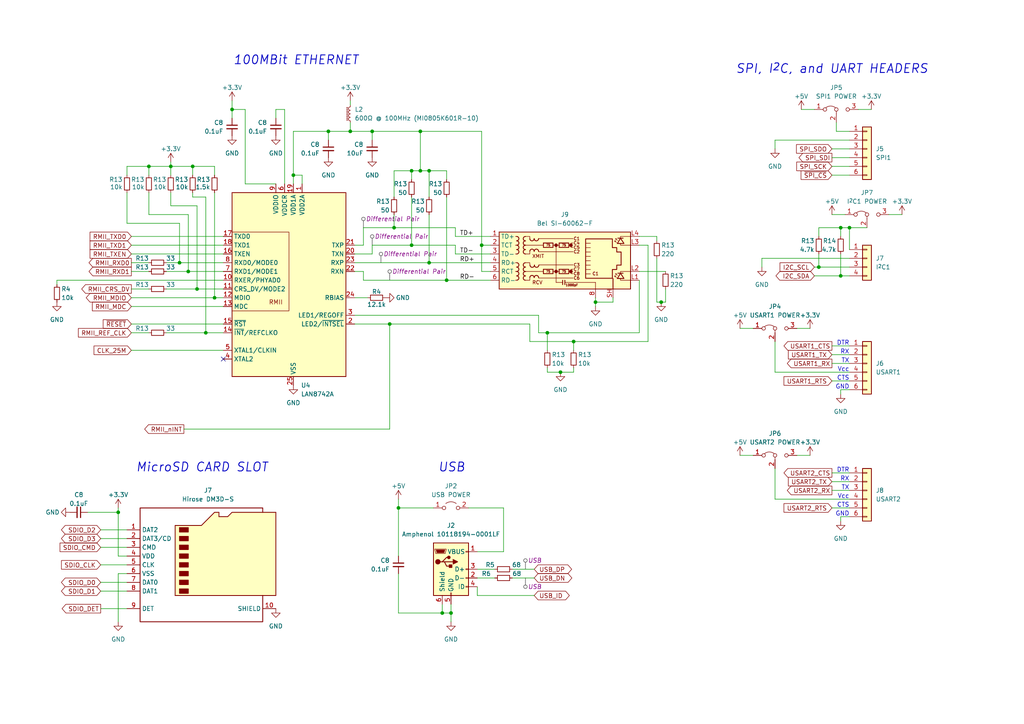
<source format=kicad_sch>
(kicad_sch (version 20230121) (generator eeschema)
  (paper "A4")
  (title_block (title "BigBoy") (rev "1"))
  (junction (at 43.18 48.26))
  (junction (at 124.46 49.53))
  (junction (at 119.38 49.53))
  (junction (at 113.03 93.98))
  (junction (at 129.54 81.28))
  (junction (at 67.31 31.75))
  (junction (at 243.84 80.01))
  (junction (at 121.92 49.53))
  (junction (at 128.27 177.8))
  (junction (at 34.29 148.59))
  (junction (at 114.3 66.04))
  (junction (at 57.15 83.82))
  (junction (at 115.57 147.32))
  (junction (at 49.53 48.26))
  (junction (at 59.69 96.52))
  (junction (at 52.07 76.2))
  (junction (at 139.7 71.12))
  (junction (at 191.77 87.63))
  (junction (at 95.25 38.1))
  (junction (at 124.46 76.2))
  (junction (at 62.23 86.36))
  (junction (at 107.95 38.1))
  (junction (at 237.49 77.47))
  (junction (at 243.84 66.04))
  (junction (at 119.38 71.12))
  (junction (at 55.88 48.26))
  (junction (at 130.81 177.8))
  (junction (at 158.75 96.52))
  (junction (at 246.38 66.04))
  (junction (at 121.92 38.1))
  (junction (at 166.37 99.06))
  (junction (at 85.09 50.8))
  (junction (at 101.6 38.1))
  (junction (at 54.61 78.74))
  (junction (at 162.56 107.95))
  (junction (at 172.72 87.63))
  (no_connect (at 64.77 104.14))
  (wire (pts (xy 29.21 168.91) (xy 36.83 168.91)))
  (wire (pts (xy 190.5 87.63) (xy 191.77 87.63)))
  (wire (pts (xy 29.21 156.21) (xy 36.83 156.21)))
  (wire (pts (xy 185.42 81.28) (xy 185.42 96.52)))
  (wire (pts (xy 241.3 147.32) (xy 246.38 147.32)))
  (wire (pts (xy 242.57 35.56) (xy 242.57 38.1)))
  (wire (pts (xy 52.07 76.2) (xy 64.77 76.2)))
  (wire (pts (xy 241.3 137.16) (xy 246.38 137.16)))
  (wire (pts (xy 101.6 29.21) (xy 101.6 30.48)))
  (wire (pts (xy 105.41 78.74) (xy 105.41 81.28)))
  (wire (pts (xy 25.4 148.59) (xy 34.29 148.59)))
  (wire (pts (xy 43.18 55.88) (xy 43.18 62.23)))
  (wire (pts (xy 102.87 86.36) (xy 106.68 86.36)))
  (wire (pts (xy 107.95 38.1) (xy 107.95 40.64)))
  (wire (pts (xy 172.72 86.36) (xy 172.72 87.63)))
  (wire (pts (xy 67.31 31.75) (xy 71.12 31.75)))
  (wire (pts (xy 102.87 91.44) (xy 156.21 91.44)))
  (wire (pts (xy 49.53 55.88) (xy 49.53 59.69)))
  (wire (pts (xy 107.95 71.12) (xy 119.38 71.12)))
  (wire (pts (xy 113.03 93.98) (xy 153.67 93.98)))
  (wire (pts (xy 190.5 74.93) (xy 190.5 87.63)))
  (wire (pts (xy 243.84 149.86) (xy 246.38 149.86)))
  (wire (pts (xy 34.29 180.34) (xy 34.29 166.37)))
  (wire (pts (xy 71.12 53.34) (xy 80.01 53.34)))
  (wire (pts (xy 57.15 83.82) (xy 64.77 83.82)))
  (wire (pts (xy 29.21 153.67) (xy 36.83 153.67)))
  (wire (pts (xy 148.59 167.64) (xy 154.94 167.64)))
  (wire (pts (xy 185.42 96.52) (xy 158.75 96.52)))
  (wire (pts (xy 241.3 45.72) (xy 246.38 45.72)))
  (wire (pts (xy 114.3 49.53) (xy 119.38 49.53)))
  (wire (pts (xy 16.51 81.28) (xy 16.51 82.55)))
  (wire (pts (xy 36.83 50.8) (xy 36.83 48.26)))
  (wire (pts (xy 55.88 57.15) (xy 59.69 57.15)))
  (wire (pts (xy 158.75 96.52) (xy 156.21 96.52)))
  (wire (pts (xy 52.07 64.77) (xy 52.07 76.2)))
  (wire (pts (xy 102.87 71.12) (xy 105.41 71.12)))
  (wire (pts (xy 102.87 78.74) (xy 105.41 78.74)))
  (wire (pts (xy 172.72 87.63) (xy 172.72 88.9)))
  (wire (pts (xy 59.69 96.52) (xy 64.77 96.52)))
  (wire (pts (xy 129.54 81.28) (xy 142.24 81.28)))
  (wire (pts (xy 95.25 38.1) (xy 101.6 38.1)))
  (wire (pts (xy 34.29 161.29) (xy 36.83 161.29)))
  (wire (pts (xy 36.83 48.26) (xy 43.18 48.26)))
  (wire (pts (xy 124.46 76.2) (xy 142.24 76.2)))
  (wire (pts (xy 67.31 29.21) (xy 67.31 31.75)))
  (wire (pts (xy 138.43 160.02) (xy 146.05 160.02)))
  (wire (pts (xy 139.7 71.12) (xy 142.24 71.12)))
  (wire (pts (xy 148.59 165.1) (xy 154.94 165.1)))
  (wire (pts (xy 243.84 80.01) (xy 236.22 80.01)))
  (wire (pts (xy 156.21 91.44) (xy 156.21 96.52)))
  (wire (pts (xy 38.1 68.58) (xy 64.77 68.58)))
  (wire (pts (xy 241.3 100.33) (xy 246.38 100.33)))
  (wire (pts (xy 119.38 49.53) (xy 119.38 52.07)))
  (wire (pts (xy 62.23 55.88) (xy 62.23 86.36)))
  (wire (pts (xy 38.1 101.6) (xy 64.77 101.6)))
  (wire (pts (xy 132.08 73.66) (xy 132.08 71.12)))
  (wire (pts (xy 224.79 144.78) (xy 246.38 144.78)))
  (wire (pts (xy 158.75 107.95) (xy 162.56 107.95)))
  (wire (pts (xy 121.92 49.53) (xy 124.46 49.53)))
  (wire (pts (xy 243.84 73.66) (xy 243.84 80.01)))
  (wire (pts (xy 48.26 78.74) (xy 54.61 78.74)))
  (wire (pts (xy 49.53 48.26) (xy 55.88 48.26)))
  (wire (pts (xy 243.84 114.3) (xy 243.84 113.03)))
  (wire (pts (xy 135.89 147.32) (xy 146.05 147.32)))
  (wire (pts (xy 190.5 68.58) (xy 190.5 69.85)))
  (wire (pts (xy 132.08 68.58) (xy 132.08 66.04)))
  (wire (pts (xy 124.46 49.53) (xy 124.46 57.15)))
  (wire (pts (xy 138.43 172.72) (xy 154.94 172.72)))
  (wire (pts (xy 43.18 48.26) (xy 43.18 50.8)))
  (wire (pts (xy 139.7 71.12) (xy 139.7 78.74)))
  (wire (pts (xy 38.1 83.82) (xy 43.18 83.82)))
  (wire (pts (xy 185.42 78.74) (xy 193.04 78.74)))
  (wire (pts (xy 224.79 107.95) (xy 246.38 107.95)))
  (wire (pts (xy 49.53 46.99) (xy 49.53 48.26)))
  (wire (pts (xy 246.38 80.01) (xy 243.84 80.01)))
  (wire (pts (xy 80.01 31.75) (xy 82.55 31.75)))
  (wire (pts (xy 38.1 78.74) (xy 43.18 78.74)))
  (wire (pts (xy 138.43 172.72) (xy 138.43 170.18)))
  (wire (pts (xy 38.1 76.2) (xy 43.18 76.2)))
  (wire (pts (xy 166.37 106.68) (xy 166.37 107.95)))
  (wire (pts (xy 59.69 57.15) (xy 59.69 96.52)))
  (wire (pts (xy 85.09 50.8) (xy 85.09 38.1)))
  (wire (pts (xy 80.01 31.75) (xy 80.01 34.29)))
  (wire (pts (xy 241.3 139.7) (xy 246.38 139.7)))
  (wire (pts (xy 49.53 48.26) (xy 49.53 50.8)))
  (wire (pts (xy 49.53 59.69) (xy 57.15 59.69)))
  (wire (pts (xy 115.57 144.78) (xy 115.57 147.32)))
  (wire (pts (xy 62.23 50.8) (xy 62.23 48.26)))
  (wire (pts (xy 87.63 50.8) (xy 85.09 50.8)))
  (wire (pts (xy 67.31 31.75) (xy 67.31 34.29)))
  (wire (pts (xy 38.1 73.66) (xy 64.77 73.66)))
  (wire (pts (xy 241.3 102.87) (xy 246.38 102.87)))
  (wire (pts (xy 119.38 49.53) (xy 121.92 49.53)))
  (wire (pts (xy 246.38 50.8) (xy 241.3 50.8)))
  (wire (pts (xy 29.21 163.83) (xy 36.83 163.83)))
  (wire (pts (xy 224.79 40.64) (xy 224.79 43.18)))
  (wire (pts (xy 128.27 175.26) (xy 128.27 177.8)))
  (wire (pts (xy 87.63 53.34) (xy 87.63 50.8)))
  (wire (pts (xy 54.61 78.74) (xy 64.77 78.74)))
  (wire (pts (xy 142.24 68.58) (xy 132.08 68.58)))
  (wire (pts (xy 16.51 81.28) (xy 64.77 81.28)))
  (wire (pts (xy 102.87 76.2) (xy 124.46 76.2)))
  (wire (pts (xy 115.57 161.29) (xy 115.57 147.32)))
  (wire (pts (xy 121.92 38.1) (xy 139.7 38.1)))
  (wire (pts (xy 34.29 166.37) (xy 36.83 166.37)))
  (wire (pts (xy 48.26 96.52) (xy 59.69 96.52)))
  (wire (pts (xy 246.38 66.04) (xy 246.38 72.39)))
  (wire (pts (xy 95.25 38.1) (xy 95.25 40.64)))
  (wire (pts (xy 153.67 93.98) (xy 153.67 99.06)))
  (wire (pts (xy 185.42 71.12) (xy 187.96 71.12)))
  (wire (pts (xy 236.22 77.47) (xy 237.49 77.47)))
  (wire (pts (xy 220.98 74.93) (xy 220.98 77.47)))
  (wire (pts (xy 242.57 38.1) (xy 246.38 38.1)))
  (wire (pts (xy 166.37 99.06) (xy 166.37 101.6)))
  (wire (pts (xy 237.49 68.58) (xy 237.49 66.04)))
  (wire (pts (xy 54.61 62.23) (xy 54.61 78.74)))
  (wire (pts (xy 29.21 171.45) (xy 36.83 171.45)))
  (wire (pts (xy 237.49 73.66) (xy 237.49 77.47)))
  (wire (pts (xy 243.84 113.03) (xy 246.38 113.03)))
  (wire (pts (xy 119.38 57.15) (xy 119.38 71.12)))
  (wire (pts (xy 62.23 86.36) (xy 64.77 86.36)))
  (wire (pts (xy 107.95 38.1) (xy 121.92 38.1)))
  (wire (pts (xy 187.96 71.12) (xy 187.96 99.06)))
  (wire (pts (xy 48.26 83.82) (xy 57.15 83.82)))
  (wire (pts (xy 38.1 71.12) (xy 64.77 71.12)))
  (wire (pts (xy 246.38 43.18) (xy 241.3 43.18)))
  (wire (pts (xy 246.38 74.93) (xy 220.98 74.93)))
  (wire (pts (xy 38.1 96.52) (xy 43.18 96.52)))
  (wire (pts (xy 139.7 78.74) (xy 142.24 78.74)))
  (wire (pts (xy 43.18 48.26) (xy 49.53 48.26)))
  (wire (pts (xy 237.49 77.47) (xy 246.38 77.47)))
  (wire (pts (xy 130.81 177.8) (xy 130.81 180.34)))
  (wire (pts (xy 85.09 53.34) (xy 85.09 50.8)))
  (wire (pts (xy 177.8 86.36) (xy 177.8 87.63)))
  (wire (pts (xy 243.84 151.13) (xy 243.84 149.86)))
  (wire (pts (xy 243.84 66.04) (xy 243.84 68.58)))
  (wire (pts (xy 119.38 71.12) (xy 132.08 71.12)))
  (wire (pts (xy 34.29 147.32) (xy 34.29 148.59)))
  (wire (pts (xy 166.37 107.95) (xy 162.56 107.95)))
  (wire (pts (xy 114.3 57.15) (xy 114.3 49.53)))
  (wire (pts (xy 248.92 31.75) (xy 252.73 31.75)))
  (wire (pts (xy 85.09 38.1) (xy 95.25 38.1)))
  (wire (pts (xy 224.79 99.06) (xy 224.79 107.95)))
  (wire (pts (xy 241.3 105.41) (xy 246.38 105.41)))
  (wire (pts (xy 243.84 66.04) (xy 246.38 66.04)))
  (wire (pts (xy 128.27 177.8) (xy 130.81 177.8)))
  (wire (pts (xy 105.41 81.28) (xy 129.54 81.28)))
  (wire (pts (xy 124.46 49.53) (xy 129.54 49.53)))
  (wire (pts (xy 241.3 62.23) (xy 245.11 62.23)))
  (wire (pts (xy 38.1 86.36) (xy 62.23 86.36)))
  (wire (pts (xy 241.3 110.49) (xy 246.38 110.49)))
  (wire (pts (xy 29.21 176.53) (xy 36.83 176.53)))
  (wire (pts (xy 214.63 95.25) (xy 218.44 95.25)))
  (wire (pts (xy 82.55 31.75) (xy 82.55 53.34)))
  (wire (pts (xy 55.88 48.26) (xy 55.88 50.8)))
  (wire (pts (xy 105.41 66.04) (xy 114.3 66.04)))
  (wire (pts (xy 231.14 95.25) (xy 234.95 95.25)))
  (wire (pts (xy 102.87 73.66) (xy 107.95 73.66)))
  (wire (pts (xy 29.21 158.75) (xy 36.83 158.75)))
  (wire (pts (xy 246.38 40.64) (xy 224.79 40.64)))
  (wire (pts (xy 71.12 31.75) (xy 71.12 53.34)))
  (wire (pts (xy 138.43 167.64) (xy 143.51 167.64)))
  (wire (pts (xy 153.67 99.06) (xy 166.37 99.06)))
  (wire (pts (xy 166.37 99.06) (xy 187.96 99.06)))
  (wire (pts (xy 139.7 38.1) (xy 139.7 71.12)))
  (wire (pts (xy 231.14 132.08) (xy 234.95 132.08)))
  (wire (pts (xy 246.38 48.26) (xy 241.3 48.26)))
  (wire (pts (xy 115.57 147.32) (xy 125.73 147.32)))
  (wire (pts (xy 55.88 55.88) (xy 55.88 57.15)))
  (wire (pts (xy 115.57 166.37) (xy 115.57 177.8)))
  (wire (pts (xy 129.54 57.15) (xy 129.54 81.28)))
  (wire (pts (xy 224.79 135.89) (xy 224.79 144.78)))
  (wire (pts (xy 55.88 48.26) (xy 62.23 48.26)))
  (wire (pts (xy 36.83 55.88) (xy 36.83 64.77)))
  (wire (pts (xy 38.1 88.9) (xy 64.77 88.9)))
  (wire (pts (xy 121.92 38.1) (xy 121.92 49.53)))
  (wire (pts (xy 129.54 49.53) (xy 129.54 52.07)))
  (wire (pts (xy 102.87 93.98) (xy 113.03 93.98)))
  (wire (pts (xy 158.75 96.52) (xy 158.75 101.6)))
  (wire (pts (xy 114.3 66.04) (xy 132.08 66.04)))
  (wire (pts (xy 115.57 177.8) (xy 128.27 177.8)))
  (wire (pts (xy 113.03 93.98) (xy 113.03 124.46)))
  (wire (pts (xy 107.95 73.66) (xy 107.95 71.12)))
  (wire (pts (xy 177.8 87.63) (xy 172.72 87.63)))
  (wire (pts (xy 36.83 64.77) (xy 52.07 64.77)))
  (wire (pts (xy 191.77 87.63) (xy 193.04 87.63)))
  (wire (pts (xy 38.1 93.98) (xy 64.77 93.98)))
  (wire (pts (xy 105.41 71.12) (xy 105.41 66.04)))
  (wire (pts (xy 138.43 165.1) (xy 143.51 165.1)))
  (wire (pts (xy 101.6 35.56) (xy 101.6 38.1)))
  (wire (pts (xy 232.41 31.75) (xy 236.22 31.75)))
  (wire (pts (xy 142.24 73.66) (xy 132.08 73.66)))
  (wire (pts (xy 43.18 62.23) (xy 54.61 62.23)))
  (wire (pts (xy 53.34 124.46) (xy 113.03 124.46)))
  (wire (pts (xy 114.3 62.23) (xy 114.3 66.04)))
  (wire (pts (xy 48.26 76.2) (xy 52.07 76.2)))
  (wire (pts (xy 214.63 132.08) (xy 218.44 132.08)))
  (wire (pts (xy 241.3 142.24) (xy 246.38 142.24)))
  (wire (pts (xy 146.05 147.32) (xy 146.05 160.02)))
  (wire (pts (xy 158.75 106.68) (xy 158.75 107.95)))
  (wire (pts (xy 246.38 66.04) (xy 251.46 66.04)))
  (wire (pts (xy 193.04 87.63) (xy 193.04 83.82)))
  (wire (pts (xy 34.29 148.59) (xy 34.29 161.29)))
  (wire (pts (xy 130.81 175.26) (xy 130.81 177.8)))
  (wire (pts (xy 124.46 62.23) (xy 124.46 76.2)))
  (wire (pts (xy 237.49 66.04) (xy 243.84 66.04)))
  (wire (pts (xy 57.15 59.69) (xy 57.15 83.82)))
  (wire (pts (xy 257.81 62.23) (xy 261.62 62.23)))
  (wire (pts (xy 101.6 38.1) (xy 107.95 38.1)))
  (wire (pts (xy 185.42 68.58) (xy 190.5 68.58)))
  (text "GND\n" (at 246.38 149.86 0) (effects (font (size 1.27 1.27)) (justify right bottom)))
  (text "DTR\n" (at 246.38 137.16 0) (effects (font (size 1.27 1.27)) (justify right bottom)))
  (text "RX" (at 246.38 139.7 0) (effects (font (size 1.27 1.27)) (justify right bottom)))
  (text "Vcc\n" (at 246.38 107.95 0) (effects (font (size 1.27 1.27)) (justify right bottom)))
  (text "CTS" (at 246.38 110.49 0) (effects (font (size 1.27 1.27)) (justify right bottom)))
  (text "TX" (at 246.38 142.24 0) (effects (font (size 1.27 1.27)) (justify right bottom)))
  (text "CTS" (at 246.38 147.32 0) (effects (font (size 1.27 1.27)) (justify right bottom)))
  (text "TX" (at 246.38 105.41 0) (effects (font (size 1.27 1.27)) (justify right bottom)))
  (text "100MBit ETHERNET" (at 104.14 19.05 0) (effects (font (size 2.56 2.56) (thickness 0.254) bold italic) (justify right bottom)))
  (text "MicroSD CARD SLOT" (at 39.37 137.16 0) (effects (font (size 2.56 2.56) (thickness 0.254) bold italic) (justify left bottom)))
  (text "DTR\n" (at 246.38 100.33 0) (effects (font (size 1.27 1.27)) (justify right bottom)))
  (text "USB" (at 127 137.16 0) (effects (font (size 2.56 2.56) (thickness 0.254) bold italic) (justify left bottom)))
  (text "RX" (at 246.38 102.87 0) (effects (font (size 1.27 1.27)) (justify right bottom)))
  (text "GND\n" (at 246.38 113.03 0) (effects (font (size 1.27 1.27)) (justify right bottom)))
  (text "Vcc\n" (at 246.38 144.78 0) (effects (font (size 1.27 1.27)) (justify right bottom)))
  (text "SPI, I^{2}C, and UART HEADERS" (at 213.36 21.59 0) (effects (font (size 2.56 2.56) (thickness 0.254) bold italic) (justify left bottom)))
  (label "TD+" (at 133.35 68.58 0))
  (label "RD+" (at 133.35 76.2 0))
  (label "RD-" (at 133.35 81.28 0))
  (label "TD-" (at 133.35 73.66 0))
  (global_label "USB_DP" (shape bidirectional) (at 154.94 165.1 0) (property "Intersheetrefs" "${INTERSHEET_REFS}" (effects hide)))
  (global_label "RMII_RXD1" (shape output) (at 38.1 78.74 180) (property "Intersheetrefs" "${INTERSHEET_REFS}" (effects hide)))
  (global_label "USART2_RX" (shape output) (at 241.3 142.24 180) (property "Intersheetrefs" "${INTERSHEET_REFS}" (effects hide)))
  (global_label "USB_ID" (shape bidirectional) (at 154.94 172.72 0) (property "Intersheetrefs" "${INTERSHEET_REFS}" (effects hide)))
  (global_label "SDIO_CMD" (shape input) (at 29.21 158.75 180) (property "Intersheetrefs" "${INTERSHEET_REFS}" (effects hide)))
  (global_label "RMII_REF_CLK" (shape input) (at 38.1 96.52 180) (property "Intersheetrefs" "${INTERSHEET_REFS}" (effects hide)))
  (global_label "USART2_CTS" (shape output) (at 241.3 137.16 180) (property "Intersheetrefs" "${INTERSHEET_REFS}" (effects hide)))
  (global_label "RMII_TXD0" (shape input) (at 38.1 68.58 180) (property "Intersheetrefs" "${INTERSHEET_REFS}" (effects hide)))
  (global_label "I2C_SCL" (shape input) (at 236.22 77.47 180) (property "Intersheetrefs" "${INTERSHEET_REFS}" (effects hide)))
  (global_label "I2C_SDA" (shape bidirectional) (at 236.22 80.01 180) (property "Intersheetrefs" "${INTERSHEET_REFS}" (effects hide)))
  (global_label "SPI_SDI" (shape output) (at 241.3 45.72 180) (property "Intersheetrefs" "${INTERSHEET_REFS}" (effects hide)))
  (global_label "SDIO_D3" (shape bidirectional) (at 29.21 156.21 180) (property "Intersheetrefs" "${INTERSHEET_REFS}" (effects hide)))
  (global_label "~{SPI_CS}" (shape input) (at 241.3 50.8 180) (property "Intersheetrefs" "${INTERSHEET_REFS}" (effects hide)))
  (global_label "SDIO_D2" (shape bidirectional) (at 29.21 153.67 180) (property "Intersheetrefs" "${INTERSHEET_REFS}" (effects hide)))
  (global_label "USB_DN" (shape bidirectional) (at 154.94 167.64 0) (property "Intersheetrefs" "${INTERSHEET_REFS}" (effects hide)))
  (global_label "~{RESET}" (shape input) (at 38.1 93.98 180) (property "Intersheetrefs" "${INTERSHEET_REFS}" (effects hide)))
  (global_label "SPI_SDO" (shape input) (at 241.3 43.18 180) (property "Intersheetrefs" "${INTERSHEET_REFS}" (effects hide)))
  (global_label "CLK_25M" (shape input) (at 38.1 101.6 180) (property "Intersheetrefs" "${INTERSHEET_REFS}" (effects hide)))
  (global_label "SDIO_CLK" (shape input) (at 29.21 163.83 180) (property "Intersheetrefs" "${INTERSHEET_REFS}" (effects hide)))
  (global_label "USART1_RX" (shape output) (at 241.3 105.41 180) (property "Intersheetrefs" "${INTERSHEET_REFS}" (effects hide)))
  (global_label "SDIO_D0" (shape bidirectional) (at 29.21 168.91 180) (property "Intersheetrefs" "${INTERSHEET_REFS}" (effects hide)))
  (global_label "SPI_SCK" (shape input) (at 241.3 48.26 180) (property "Intersheetrefs" "${INTERSHEET_REFS}" (effects hide)))
  (global_label "RMII_MDIO" (shape bidirectional) (at 38.1 86.36 180) (property "Intersheetrefs" "${INTERSHEET_REFS}" (effects hide)))
  (global_label "USART2_TX" (shape input) (at 241.3 139.7 180) (property "Intersheetrefs" "${INTERSHEET_REFS}" (effects hide)))
  (global_label "RMII_CRS_DV" (shape output) (at 38.1 83.82 180) (property "Intersheetrefs" "${INTERSHEET_REFS}" (effects hide)))
  (global_label "USART1_CTS" (shape output) (at 241.3 100.33 180) (property "Intersheetrefs" "${INTERSHEET_REFS}" (effects hide)))
  (global_label "USART2_RTS" (shape input) (at 241.3 147.32 180) (property "Intersheetrefs" "${INTERSHEET_REFS}" (effects hide)))
  (global_label "USART1_RTS" (shape input) (at 241.3 110.49 180) (property "Intersheetrefs" "${INTERSHEET_REFS}" (effects hide)))
  (global_label "RMII_MDC" (shape input) (at 38.1 88.9 180) (property "Intersheetrefs" "${INTERSHEET_REFS}" (effects hide)))
  (global_label "SDIO_DET" (shape output) (at 29.21 176.53 180) (property "Intersheetrefs" "${INTERSHEET_REFS}" (effects hide)))
  (global_label "RMII_RXD0" (shape output) (at 38.1 76.2 180) (property "Intersheetrefs" "${INTERSHEET_REFS}" (effects hide)))
  (global_label "USART1_TX" (shape input) (at 241.3 102.87 180) (property "Intersheetrefs" "${INTERSHEET_REFS}" (effects hide)))
  (global_label "SDIO_D1" (shape bidirectional) (at 29.21 171.45 180) (property "Intersheetrefs" "${INTERSHEET_REFS}" (effects hide)))
  (global_label "RMII_TXEN" (shape input) (at 38.1 73.66 180) (property "Intersheetrefs" "${INTERSHEET_REFS}" (effects hide)))
  (global_label "RMII_TXD1" (shape input) (at 38.1 71.12 180) (property "Intersheetrefs" "${INTERSHEET_REFS}" (effects hide)))
  (global_label "RMII_nINT" (shape output) (at 53.34 124.46 180) (property "Intersheetrefs" "${INTERSHEET_REFS}" (effects hide)))
  (netclass_flag "" (length 2.54) (shape round) (at 152.4 165.1 0) (property "Netclass" "USB" (at 153.0985 162.56 0) (effects (font italic) (justify left))))
  (netclass_flag "" (length 2.54) (shape round) (at 105.41 66.04 0) (property "Netclass" "Differential Pair" (at 106.1085 63.5 0) (effects (font italic) (justify left))))
  (netclass_flag "" (length 2.54) (shape round) (at 152.4 167.64 180) (property "Netclass" "USB" (at 153.0985 170.18 0) (effects (font italic) (justify left))))
  (netclass_flag "" (length 2.54) (shape round) (at 107.95 71.12 0) (property "Netclass" "Differential Pair" (at 108.6485 68.58 0) (effects (font italic) (justify left))))
  (netclass_flag "" (length 2.54) (shape round) (at 110.49 76.2 0) (property "Netclass" "Differential Pair" (at 111.1885 73.66 0) (effects (font italic) (justify left))))
  (netclass_flag "" (length 2.54) (shape round) (at 113.03 81.28 0) (property "Netclass" "Differential Pair" (at 113.7285 78.74 0) (effects (font italic) (justify left))))
  (symbol (lib_id "Device:C_Small") (at 95.25 43.18 0) (mirror y) (unit 1)
    (property "Reference" "C8" (at 92.71 41.91 0) (effects (justify left)))
    (property "Value" "0.1uF" (at 92.71 44.45 0) (effects (justify left)))
    (property "Footprint" "Capacitor_SMD:C_0805_2012Metric_Pad1.18x1.45mm_HandSolder" (effects hide))
    (instances (project "Fidget" (path "" (reference "C8") (unit 1))) (project "BigBoy" (path "" (reference "C8") (unit 1)) (path "" (reference "C32") (unit 1))))
  )
  (symbol (lib_id "power:GND") (at 162.56 107.95 0) (unit 1)
    (property "Reference" "#PWR018" (effects hide))
    (property "Value" "GND" (at 162.56 113.03 0))
    (instances (project "Fidget" (path "" (reference "#PWR018") (unit 1))) (project "BigBoy" (path "" (reference "#PWR021") (unit 1)) (path "" (reference "#PWR054") (unit 1))))
  )
  (symbol (lib_id "Device:R_Small") (at 16.51 85.09 0) (unit 1)
    (property "Reference" "R4" (at 17.78 83.82 0) (effects (justify left)))
    (property "Value" "10k" (at 17.78 86.36 0) (effects (justify left)))
    (property "Footprint" "Resistor_SMD:R_0805_2012Metric_Pad1.20x1.40mm_HandSolder" (effects hide))
    (instances (project "Fidget" (path "" (reference "R4") (unit 1))) (project "BigBoy" (path "" (reference "R5") (unit 1)) (path "" (reference "R14") (unit 1))))
  )
  (symbol (lib_id "power:GND") (at 80.01 39.37 0) (unit 1)
    (property "Reference" "#PWR018" (effects hide))
    (property "Value" "GND" (at 80.01 44.45 0))
    (instances (project "Fidget" (path "" (reference "#PWR018") (unit 1))) (project "BigBoy" (path "" (reference "#PWR021") (unit 1)) (path "" (reference "#PWR045") (unit 1))))
  )
  (symbol (lib_id "Device:R_Small") (at 43.18 53.34 0) (mirror y) (unit 1)
    (property "Reference" "R13" (at 41.91 52.07 0) (effects (justify left)))
    (property "Value" "10k" (at 41.91 54.24 0) (effects (justify left)))
    (property "Footprint" "Resistor_SMD:R_0805_2012Metric_Pad1.20x1.40mm_HandSolder" (effects hide))
    (instances (project "Fidget" (path "" (reference "R13") (unit 1))) (project "IO" (path "" (reference "R13") (unit 1))) (project "BigBoy" (path "" (reference "R16") (unit 1)) (path "" (reference "R3") (unit 1)) (path "" (reference "R6") (unit 1))))
  )
  (symbol (lib_id "Device:R_Small") (at 190.5 72.39 0) (unit 1)
    (property "Reference" "R13" (at 191.77 71.12 0) (effects (justify left)))
    (property "Value" "220" (at 191.77 73.66 0) (effects (justify left)))
    (property "Footprint" "Resistor_SMD:R_0805_2012Metric_Pad1.20x1.40mm_HandSolder" (effects hide))
    (instances (project "Fidget" (path "" (reference "R13") (unit 1))) (project "IO" (path "" (reference "R13") (unit 1))) (project "BigBoy" (path "" (reference "R33") (unit 1))))
  )
  (symbol (lib_id "Device:R_Small") (at 109.22 86.36 90) (unit 1)
    (property "Reference" "R4" (at 109.22 84.62 90))
    (property "Value" "12.1k" (at 109.22 88.32 90))
    (property "Footprint" "Resistor_SMD:R_0805_2012Metric_Pad1.20x1.40mm_HandSolder" (effects hide))
    (instances (project "Fidget" (path "" (reference "R4") (unit 1))) (project "BigBoy" (path "" (reference "R5") (unit 1)) (path "" (reference "R24") (unit 1))))
  )
  (symbol (lib_id "Connector_Generic:Conn_01x06") (at 251.46 105.41 0) (unit 1)
    (property "Reference" "J6" (at 254 105.4099 0) (effects (justify left)))
    (property "Value" "USART1" (at 254 107.9499 0) (effects (justify left)))
    (property "Footprint" "Connector_PinHeader_2.54mm:PinHeader_1x06_P2.54mm_Vertical" (effects hide))
    (instances (project "Fidget" (path "" (reference "J6") (unit 1))) (project "IO" (path "" (reference "J6") (unit 1))) (project "BigBoy" (path "" (reference "J11") (unit 1))))
  )
  (symbol (lib_id "Interface_Ethernet:LAN8742A") (at 85.09 83.82 0) (unit 1)
    (property "Reference" "U4" (at 87.2841 111.76 0) (effects (justify left)))
    (property "Value" "LAN8742A" (at 87.2841 114.3 0) (effects (justify left)))
    (property "Footprint" "Package_DFN_QFN:VQFN-24-1EP_4x4mm_P0.5mm_EP2.5x2.5mm_ThermalVias" (effects hide))
    (property "Datasheet" "http://ww1.microchip.com/downloads/en/DeviceDoc/8742a.pdf" (effects hide))
  )
  (symbol (lib_id "power:GND") (at 224.79 43.18 0) (unit 1)
    (property "Reference" "#PWR052" (effects hide))
    (property "Value" "GND" (at 224.79 48.26 0))
    (instances (project "Fidget" (path "" (reference "#PWR052") (unit 1))) (project "IO" (path "" (reference "#PWR052") (unit 1))) (project "BigBoy" (path "" (reference "#PWR058") (unit 1))))
  )
  (symbol (lib_id "Connector_Generic:Conn_01x04") (at 251.46 74.93 0) (unit 1)
    (property "Reference" "J7" (at 254 74.9299 0) (effects (justify left)))
    (property "Value" "I^{2}C1" (at 254 77.4699 0) (effects (justify left)))
    (property "Footprint" "Connector_PinHeader_2.54mm:PinHeader_1x04_P2.54mm_Vertical" (effects hide))
    (instances (project "Fidget" (path "" (reference "J7") (unit 1))) (project "IO" (path "" (reference "J7") (unit 1))) (project "BigBoy" (path "" (reference "J12") (unit 1))))
  )
  (symbol (lib_id "power:GND") (at 111.76 86.36 90) (unit 1)
    (property "Reference" "#PWR018" (effects hide))
    (property "Value" "GND" (at 116.84 86.36 90))
    (instances (project "Fidget" (path "" (reference "#PWR018") (unit 1))) (project "BigBoy" (path "" (reference "#PWR021") (unit 1)) (path "" (reference "#PWR051") (unit 1))))
  )
  (symbol (lib_id "Device:R_Small") (at 193.04 81.28 0) (unit 1)
    (property "Reference" "R13" (at 194.31 80.01 0) (effects (justify left)))
    (property "Value" "220" (at 194.31 82.55 0) (effects (justify left)))
    (property "Footprint" "Resistor_SMD:R_0805_2012Metric_Pad1.20x1.40mm_HandSolder" (effects hide))
    (instances (project "Fidget" (path "" (reference "R13") (unit 1))) (project "IO" (path "" (reference "R13") (unit 1))) (project "BigBoy" (path "" (reference "R34") (unit 1))))
  )
  (symbol (lib_id "Jumper:Jumper_3_Bridged12") (at 224.79 132.08 0) (unit 1)
    (property "Reference" "JP6" (at 224.79 125.73 0))
    (property "Value" "USART2 POWER" (at 224.79 128.27 0))
    (property "Footprint" "Connector_PinHeader_2.54mm:PinHeader_1x03_P2.54mm_Vertical" (effects hide))
    (instances (project "Fidget" (path "" (reference "JP6") (unit 1))) (project "IO" (path "" (reference "JP6") (unit 1))) (project "BigBoy" (path "" (reference "JP5") (unit 1))))
  )
  (symbol (lib_id "Device:R_Small") (at 166.37 104.14 0) (unit 1)
    (property "Reference" "R13" (at 167.64 102.87 0) (effects (justify left)))
    (property "Value" "10k" (at 167.64 105.41 0) (effects (justify left)))
    (property "Footprint" "Resistor_SMD:R_0805_2012Metric_Pad1.20x1.40mm_HandSolder" (effects hide))
    (instances (project "Fidget" (path "" (reference "R13") (unit 1))) (project "IO" (path "" (reference "R13") (unit 1))) (project "BigBoy" (path "" (reference "R32") (unit 1))))
  )
  (symbol (lib_id "Device:C_Small") (at 22.86 148.59 270) (mirror x) (unit 1)
    (property "Reference" "C8" (at 22.86 143.51 90))
    (property "Value" "0.1uF" (at 22.86 146.05 90))
    (property "Footprint" "Capacitor_SMD:C_0805_2012Metric_Pad1.18x1.45mm_HandSolder" (effects hide))
    (instances (project "Fidget" (path "" (reference "C8") (unit 1))) (project "BigBoy" (path "" (reference "C8") (unit 1)) (path "" (reference "C29") (unit 1))))
  )
  (symbol (lib_id "Device:R_Small") (at 146.05 167.64 90) (unit 1)
    (property "Reference" "R6" (at 139.7 166.37 90) (effects (justify right)))
    (property "Value" "68" (at 148.59 166.37 90) (effects (justify right)))
    (property "Footprint" "Resistor_SMD:R_0805_2012Metric_Pad1.20x1.40mm_HandSolder" (effects hide))
    (instances (project "Fidget" (path "" (reference "R6") (unit 1))) (project "BigBoy" (path "" (reference "R7") (unit 1)) (path "" (reference "R30") (unit 1))))
  )
  (symbol (lib_id "Connector_Generic:Conn_01x06") (at 251.46 142.24 0) (unit 1)
    (property "Reference" "J8" (at 254 142.2399 0) (effects (justify left)))
    (property "Value" "USART2" (at 254 144.7799 0) (effects (justify left)))
    (property "Footprint" "Connector_PinHeader_2.54mm:PinHeader_1x06_P2.54mm_Vertical" (effects hide))
    (instances (project "Fidget" (path "" (reference "J8") (unit 1))) (project "IO" (path "" (reference "J8") (unit 1))) (project "BigBoy" (path "" (reference "J13") (unit 1))))
  )
  (symbol (lib_id "Device:R_Small") (at 45.72 83.82 90) (mirror x) (unit 1)
    (property "Reference" "R13" (at 43.18 82.55 90) (effects (justify left)))
    (property "Value" "33" (at 50.8 82.55 90) (effects (justify left)))
    (property "Footprint" "Resistor_SMD:R_0805_2012Metric_Pad1.20x1.40mm_HandSolder" (effects hide))
    (instances (project "Fidget" (path "" (reference "R13") (unit 1))) (project "IO" (path "" (reference "R13") (unit 1))) (project "BigBoy" (path "" (reference "R19") (unit 1)) (path "" (reference "R3") (unit 1)) (path "" (reference "R6") (unit 1))))
  )
  (symbol (lib_id "Device:R_Small") (at 129.54 54.61 0) (mirror y) (unit 1)
    (property "Reference" "R13" (at 128.27 53.34 0) (effects (justify left)))
    (property "Value" "50" (at 128.27 55.88 0) (effects (justify left)))
    (property "Footprint" "Resistor_SMD:R_0805_2012Metric_Pad1.20x1.40mm_HandSolder" (effects hide))
    (instances (project "Fidget" (path "" (reference "R13") (unit 1))) (project "IO" (path "" (reference "R13") (unit 1))) (project "BigBoy" (path "" (reference "R28") (unit 1))))
  )
  (symbol (lib_id "power:GND") (at 85.09 111.76 0) (unit 1)
    (property "Reference" "#PWR018" (effects hide))
    (property "Value" "GND" (at 85.09 116.84 0))
    (instances (project "Fidget" (path "" (reference "#PWR018") (unit 1))) (project "BigBoy" (path "" (reference "#PWR021") (unit 1)) (path "" (reference "#PWR047") (unit 1))))
  )
  (symbol (lib_id "power:+5V") (at 214.63 132.08 0) (unit 1)
    (property "Reference" "#PWR061" (effects hide))
    (property "Value" "+5V" (at 214.63 128.27 0))
    (instances (project "Fidget" (path "" (reference "#PWR061") (unit 1))) (project "IO" (path "" (reference "#PWR061") (unit 1))) (project "BigBoy" (path "" (reference "#PWR063") (unit 1))))
  )
  (symbol (lib_id "Jumper:Jumper_3_Bridged12") (at 224.79 95.25 0) (unit 1)
    (property "Reference" "JP4" (at 224.79 88.9 0))
    (property "Value" "USART1 POWER" (at 224.79 91.44 0))
    (property "Footprint" "Connector_PinHeader_2.54mm:PinHeader_1x03_P2.54mm_Vertical" (effects hide))
    (instances (project "Fidget" (path "" (reference "JP4") (unit 1))) (project "IO" (path "" (reference "JP4") (unit 1))) (project "BigBoy" (path "" (reference "JP3") (unit 1))))
  )
  (symbol (lib_id "power:+3.3V") (at 234.95 95.25 0) (unit 1)
    (property "Reference" "#PWR055" (effects hide))
    (property "Value" "+3.3V" (at 234.95 91.44 0))
    (instances (project "Fidget" (path "" (reference "#PWR055") (unit 1))) (project "IO" (path "" (reference "#PWR055") (unit 1))) (project "BigBoy" (path "" (reference "#PWR060") (unit 1))))
  )
  (symbol (lib_id "power:GND") (at 16.51 87.63 0) (unit 1)
    (property "Reference" "#PWR018" (effects hide))
    (property "Value" "GND" (at 16.51 92.71 0))
    (instances (project "Fidget" (path "" (reference "#PWR018") (unit 1))) (project "BigBoy" (path "" (reference "#PWR021") (unit 1)) (path "" (reference "#PWR038") (unit 1))))
  )
  (symbol (lib_id "power:GND") (at 34.29 180.34 0) (unit 1)
    (property "Reference" "#PWR018" (effects hide))
    (property "Value" "GND" (at 34.29 185.42 0))
    (instances (project "Fidget" (path "" (reference "#PWR018") (unit 1))) (project "BigBoy" (path "" (reference "#PWR021") (unit 1)) (path "" (reference "#PWR041") (unit 1))))
  )
  (symbol (lib_id "Device:R_Small") (at 243.84 71.12 0) (mirror y) (unit 1)
    (property "Reference" "R14" (at 242.57 69.85 0) (effects (justify left)))
    (property "Value" "4.7k" (at 242.57 72.39 0) (effects (justify left)))
    (property "Footprint" "Resistor_SMD:R_0805_2012Metric_Pad1.20x1.40mm_HandSolder" (effects hide))
    (instances (project "Fidget" (path "" (reference "R14") (unit 1))) (project "IO" (path "" (reference "R14") (unit 1))) (project "BigBoy" (path "" (reference "R36") (unit 1))))
  )
  (symbol (lib_id "Device:R_Small") (at 45.72 76.2 90) (mirror x) (unit 1)
    (property "Reference" "R13" (at 43.18 74.93 90) (effects (justify left)))
    (property "Value" "33" (at 50.8 74.93 90) (effects (justify left)))
    (property "Footprint" "Resistor_SMD:R_0805_2012Metric_Pad1.20x1.40mm_HandSolder" (effects hide))
    (instances (project "Fidget" (path "" (reference "R13") (unit 1))) (project "IO" (path "" (reference "R13") (unit 1))) (project "BigBoy" (path "" (reference "R17") (unit 1)) (path "" (reference "R3") (unit 1)) (path "" (reference "R6") (unit 1))))
  )
  (symbol (lib_id "power:+5V") (at 214.63 95.25 0) (unit 1)
    (property "Reference" "#PWR051" (effects hide))
    (property "Value" "+5V" (at 214.63 91.44 0))
    (instances (project "Fidget" (path "" (reference "#PWR051") (unit 1))) (project "IO" (path "" (reference "#PWR051") (unit 1))) (project "BigBoy" (path "" (reference "#PWR057") (unit 1))))
  )
  (symbol (lib_id "power:GND") (at 130.81 180.34 0) (unit 1)
    (property "Reference" "#PWR018" (effects hide))
    (property "Value" "GND" (at 130.81 185.42 0))
    (instances (project "Fidget" (path "" (reference "#PWR018") (unit 1))) (project "BigBoy" (path "" (reference "#PWR021") (unit 1)) (path "" (reference "#PWR053") (unit 1))))
  )
  (symbol (lib_id "power:+5V") (at 241.3 62.23 0) (unit 1)
    (property "Reference" "#PWR065" (effects hide))
    (property "Value" "+5V" (at 241.3 58.42 0))
    (instances (project "Fidget" (path "" (reference "#PWR065") (unit 1))) (project "IO" (path "" (reference "#PWR065") (unit 1))) (project "BigBoy" (path "" (reference "#PWR066") (unit 1))))
  )
  (symbol (lib_id "power:GND") (at 243.84 151.13 0) (unit 1)
    (property "Reference" "#PWR067" (effects hide))
    (property "Value" "GND" (at 243.84 156.21 0))
  )
  (symbol (lib_id "Connector:Micro_SD_Card_Det1") (at 59.69 163.83 0) (unit 1)
    (property "Reference" "J7" (at 60.325 142.24 0))
    (property "Value" "Hirose DM3D-S" (at 60.325 144.78 0))
    (property "Footprint" "Connector_Card:microSD_HC_Hirose_DM3D-SF" (effects hide))
    (property "Datasheet" "https://datasheet.lcsc.com/lcsc/2110151630_XKB-Connectivity-XKTF-015-N_C381082.pdf" (effects hide))
  )
  (symbol (lib_id "Jumper:Jumper_3_Bridged12") (at 251.46 62.23 0) (unit 1)
    (property "Reference" "JP7" (at 251.46 55.88 0))
    (property "Value" "I^{2}C1 POWER" (at 251.46 58.42 0))
    (property "Footprint" "Connector_PinHeader_2.54mm:PinHeader_1x03_P2.54mm_Vertical" (effects hide))
    (instances (project "Fidget" (path "" (reference "JP7") (unit 1))) (project "IO" (path "" (reference "JP7") (unit 1))) (project "BigBoy" (path "" (reference "JP6") (unit 1))))
  )
  (symbol (lib_id "Device:R_Small") (at 45.72 96.52 90) (mirror x) (unit 1)
    (property "Reference" "R13" (at 43.18 95.25 90) (effects (justify left)))
    (property "Value" "33" (at 50.8 95.25 90) (effects (justify left)))
    (property "Footprint" "Resistor_SMD:R_0805_2012Metric_Pad1.20x1.40mm_HandSolder" (effects hide))
    (instances (project "Fidget" (path "" (reference "R13") (unit 1))) (project "IO" (path "" (reference "R13") (unit 1))) (project "BigBoy" (path "" (reference "R20") (unit 1)) (path "" (reference "R3") (unit 1)) (path "" (reference "R6") (unit 1))))
  )
  (symbol (lib_id "power:+3.3V") (at 34.29 147.32 0) (unit 1)
    (property "Reference" "#PWR027" (effects hide))
    (property "Value" "+3.3V" (at 34.29 143.51 0))
    (instances (project "Fidget" (path "" (reference "#PWR027") (unit 1))) (project "BigBoy" (path "" (reference "#PWR014") (unit 1)) (path "" (reference "#PWR040") (unit 1))))
  )
  (symbol (lib_id "power:GND") (at 220.98 77.47 0) (unit 1)
    (property "Reference" "#PWR062" (effects hide))
    (property "Value" "GND" (at 220.98 82.55 0))
    (instances (project "Fidget" (path "" (reference "#PWR062") (unit 1))) (project "IO" (path "" (reference "#PWR062") (unit 1))) (project "BigBoy" (path "" (reference "#PWR064") (unit 1))))
  )
  (symbol (lib_id "Connector_Generic:Conn_01x06") (at 251.46 43.18 0) (unit 1)
    (property "Reference" "J5" (at 254 43.18 0) (effects (justify left)))
    (property "Value" "SPI1" (at 254 45.72 0) (effects (justify left)))
    (property "Footprint" "Connector_PinHeader_2.54mm:PinHeader_1x06_P2.54mm_Vertical" (effects hide))
    (instances (project "Fidget" (path "" (reference "J5") (unit 1))) (project "IO" (path "" (reference "J5") (unit 1))) (project "BigBoy" (path "" (reference "J10") (unit 1))))
  )
  (symbol (lib_id "power:GND") (at 243.84 114.3 0) (unit 1)
    (property "Reference" "#PWR057" (effects hide))
    (property "Value" "GND" (at 243.84 119.38 0))
    (instances (project "Fidget" (path "" (reference "#PWR057") (unit 1))) (project "IO" (path "" (reference "#PWR057") (unit 1))) (project "BigBoy" (path "" (reference "#PWR061") (unit 1))))
  )
  (symbol (lib_id "power:GND") (at 20.32 148.59 270) (unit 1)
    (property "Reference" "#PWR018" (effects hide))
    (property "Value" "GND" (at 15.24 148.59 90))
    (instances (project "Fidget" (path "" (reference "#PWR018") (unit 1))) (project "BigBoy" (path "" (reference "#PWR021") (unit 1)) (path "" (reference "#PWR039") (unit 1))))
  )
  (symbol (lib_id "Device:R_Small") (at 114.3 59.69 0) (mirror y) (unit 1)
    (property "Reference" "R13" (at 113.03 58.42 0) (effects (justify left)))
    (property "Value" "50" (at 113.03 60.96 0) (effects (justify left)))
    (property "Footprint" "Resistor_SMD:R_0805_2012Metric_Pad1.20x1.40mm_HandSolder" (effects hide))
    (instances (project "Fidget" (path "" (reference "R13") (unit 1))) (project "IO" (path "" (reference "R13") (unit 1))) (project "BigBoy" (path "" (reference "R25") (unit 1))))
  )
  (symbol (lib_id "power:GND") (at 191.77 87.63 0) (unit 1)
    (property "Reference" "#PWR018" (effects hide))
    (property "Value" "GND" (at 191.77 92.71 0))
    (instances (project "Fidget" (path "" (reference "#PWR018") (unit 1))) (project "BigBoy" (path "" (reference "#PWR021") (unit 1)) (path "" (reference "#PWR056") (unit 1))))
  )
  (symbol (lib_id "Device:R_Small") (at 119.38 54.61 0) (mirror y) (unit 1)
    (property "Reference" "R13" (at 118.11 53.34 0) (effects (justify left)))
    (property "Value" "50" (at 118.11 55.88 0) (effects (justify left)))
    (property "Footprint" "Resistor_SMD:R_0805_2012Metric_Pad1.20x1.40mm_HandSolder" (effects hide))
    (instances (project "Fidget" (path "" (reference "R13") (unit 1))) (project "IO" (path "" (reference "R13") (unit 1))) (project "BigBoy" (path "" (reference "R26") (unit 1))))
  )
  (symbol (lib_id "Device:C_Small") (at 115.57 163.83 0) (mirror y) (unit 1)
    (property "Reference" "C8" (at 113.03 162.56 0) (effects (justify left)))
    (property "Value" "0.1uF" (at 113.03 165.1 0) (effects (justify left)))
    (property "Footprint" "Capacitor_SMD:C_0805_2012Metric_Pad1.18x1.45mm_HandSolder" (effects hide))
    (instances (project "Fidget" (path "" (reference "C8") (unit 1))) (project "BigBoy" (path "" (reference "C8") (unit 1)) (path "" (reference "C34") (unit 1))))
  )
  (symbol (lib_id "power:+3.3V") (at 252.73 31.75 0) (unit 1)
    (property "Reference" "#PWR058" (effects hide))
    (property "Value" "+3.3V" (at 252.73 27.94 0))
    (instances (project "Fidget" (path "" (reference "#PWR058") (unit 1))) (project "IO" (path "" (reference "#PWR058") (unit 1))) (project "BigBoy" (path "" (reference "#PWR062") (unit 1))))
  )
  (symbol (lib_id "Jumper:Jumper_3_Bridged12") (at 242.57 31.75 0) (unit 1)
    (property "Reference" "JP5" (at 242.57 25.4 0))
    (property "Value" "SPI1 POWER" (at 242.57 27.94 0))
    (property "Footprint" "Connector_PinHeader_2.54mm:PinHeader_1x03_P2.54mm_Vertical" (effects hide))
    (instances (project "Fidget" (path "" (reference "JP5") (unit 1))) (project "IO" (path "" (reference "JP5") (unit 1))) (project "BigBoy" (path "" (reference "JP4") (unit 1))))
  )
  (symbol (lib_id "power:+5V") (at 232.41 31.75 0) (unit 1)
    (property "Reference" "#PWR053" (effects hide))
    (property "Value" "+5V" (at 232.41 27.94 0))
    (instances (project "Fidget" (path "" (reference "#PWR053") (unit 1))) (project "IO" (path "" (reference "#PWR053") (unit 1))) (project "BigBoy" (path "" (reference "#PWR059") (unit 1))))
  )
  (symbol (lib_id "power:GND") (at 80.01 176.53 0) (unit 1)
    (property "Reference" "#PWR018" (effects hide))
    (property "Value" "GND" (at 80.01 181.61 0))
    (instances (project "Fidget" (path "" (reference "#PWR018") (unit 1))) (project "BigBoy" (path "" (reference "#PWR021") (unit 1)) (path "" (reference "#PWR046") (unit 1))))
  )
  (symbol (lib_id "power:+3.3V") (at 101.6 29.21 0) (unit 1)
    (property "Reference" "#PWR027" (effects hide))
    (property "Value" "+3.3V" (at 101.6 25.4 0))
    (instances (project "Fidget" (path "" (reference "#PWR027") (unit 1))) (project "BigBoy" (path "" (reference "#PWR014") (unit 1)) (path "" (reference "#PWR049") (unit 1))))
  )
  (symbol (lib_id "Device:C_Small") (at 107.95 43.18 0) (mirror y) (unit 1)
    (property "Reference" "C8" (at 105.41 41.91 0) (effects (justify left)))
    (property "Value" "10uF" (at 105.41 44.45 0) (effects (justify left)))
    (property "Footprint" "Capacitor_SMD:C_0805_2012Metric_Pad1.18x1.45mm_HandSolder" (effects hide))
    (instances (project "Fidget" (path "" (reference "C8") (unit 1))) (project "BigBoy" (path "" (reference "C8") (unit 1)) (path "" (reference "C33") (unit 1))))
  )
  (symbol (lib_id "Computie_Connectors:RJ45_Bel_SI-60062-F") (at 162.56 76.2 0) (unit 1)
    (property "Reference" "J9" (at 163.83 62.23 0))
    (property "Value" "Bel SI-60062-F" (at 163.83 64.77 0))
    (property "Footprint" "Connector_RJ:RJ45_Bel_SI-60062-F" (effects hide))
    (property "Datasheet" "https://belfuse.com/resources/drawings/magneticsolutions/dr-mag-si-60062-f.pdf" (effects hide))
  )
  (symbol (lib_id "Device:R_Small") (at 49.53 53.34 0) (mirror y) (unit 1)
    (property "Reference" "R13" (at 48.26 52.07 0) (effects (justify left)))
    (property "Value" "10k" (at 48.26 54.24 0) (effects (justify left)))
    (property "Footprint" "Resistor_SMD:R_0805_2012Metric_Pad1.20x1.40mm_HandSolder" (effects hide))
    (instances (project "Fidget" (path "" (reference "R13") (unit 1))) (project "IO" (path "" (reference "R13") (unit 1))) (project "BigBoy" (path "" (reference "R21") (unit 1)) (path "" (reference "R3") (unit 1)) (path "" (reference "R6") (unit 1))))
  )
  (symbol (lib_id "Device:R_Small") (at 45.72 78.74 90) (mirror x) (unit 1)
    (property "Reference" "R13" (at 43.18 77.47 90) (effects (justify left)))
    (property "Value" "33" (at 50.8 77.47 90) (effects (justify left)))
    (property "Footprint" "Resistor_SMD:R_0805_2012Metric_Pad1.20x1.40mm_HandSolder" (effects hide))
    (instances (project "Fidget" (path "" (reference "R13") (unit 1))) (project "IO" (path "" (reference "R13") (unit 1))) (project "BigBoy" (path "" (reference "R18") (unit 1)) (path "" (reference "R3") (unit 1)) (path "" (reference "R6") (unit 1))))
  )
  (symbol (lib_id "Device:R_Small") (at 237.49 71.12 0) (mirror y) (unit 1)
    (property "Reference" "R13" (at 236.22 69.85 0) (effects (justify left)))
    (property "Value" "4.7k" (at 236.22 72.39 0) (effects (justify left)))
    (property "Footprint" "Resistor_SMD:R_0805_2012Metric_Pad1.20x1.40mm_HandSolder" (effects hide))
    (instances (project "Fidget" (path "" (reference "R13") (unit 1))) (project "IO" (path "" (reference "R13") (unit 1))) (project "BigBoy" (path "" (reference "R35") (unit 1))))
  )
  (symbol (lib_id "Device:R_Small") (at 36.83 53.34 0) (mirror y) (unit 1)
    (property "Reference" "R13" (at 35.56 52.07 0) (effects (justify left)))
    (property "Value" "10k" (at 35.56 54.24 0) (effects (justify left)))
    (property "Footprint" "Resistor_SMD:R_0805_2012Metric_Pad1.20x1.40mm_HandSolder" (effects hide))
    (instances (project "Fidget" (path "" (reference "R13") (unit 1))) (project "IO" (path "" (reference "R13") (unit 1))) (project "BigBoy" (path "" (reference "R15") (unit 1)) (path "" (reference "R3") (unit 1)) (path "" (reference "R6") (unit 1))))
  )
  (symbol (lib_id "Device:R_Small") (at 124.46 59.69 0) (mirror y) (unit 1)
    (property "Reference" "R13" (at 123.19 58.42 0) (effects (justify left)))
    (property "Value" "50" (at 123.19 60.96 0) (effects (justify left)))
    (property "Footprint" "Resistor_SMD:R_0805_2012Metric_Pad1.20x1.40mm_HandSolder" (effects hide))
    (instances (project "Fidget" (path "" (reference "R13") (unit 1))) (project "IO" (path "" (reference "R13") (unit 1))) (project "BigBoy" (path "" (reference "R27") (unit 1))))
  )
  (symbol (lib_id "power:+3.3V") (at 67.31 29.21 0) (unit 1)
    (property "Reference" "#PWR027" (effects hide))
    (property "Value" "+3.3V" (at 67.31 25.4 0))
    (instances (project "Fidget" (path "" (reference "#PWR027") (unit 1))) (project "BigBoy" (path "" (reference "#PWR014") (unit 1)) (path "" (reference "#PWR043") (unit 1))))
  )
  (symbol (lib_id "power:+3.3V") (at 261.62 62.23 0) (unit 1)
    (property "Reference" "#PWR068" (effects hide))
    (property "Value" "+3.3V" (at 261.62 58.42 0))
  )
  (symbol (lib_id "Device:R_Small") (at 146.05 165.1 90) (unit 1)
    (property "Reference" "R5" (at 143.51 163.83 90) (effects (justify left)))
    (property "Value" "68" (at 151.13 163.83 90) (effects (justify left)))
    (property "Footprint" "Resistor_SMD:R_0805_2012Metric_Pad1.20x1.40mm_HandSolder" (effects hide))
    (instances (project "Fidget" (path "" (reference "R5") (unit 1))) (project "BigBoy" (path "" (reference "R6") (unit 1)) (path "" (reference "R29") (unit 1))))
  )
  (symbol (lib_id "Device:R_Small") (at 62.23 53.34 0) (mirror y) (unit 1)
    (property "Reference" "R13" (at 60.96 52.07 0) (effects (justify left)))
    (property "Value" "1.5k" (at 60.96 54.24 0) (effects (justify left)))
    (property "Footprint" "Resistor_SMD:R_0805_2012Metric_Pad1.20x1.40mm_HandSolder" (effects hide))
    (instances (project "Fidget" (path "" (reference "R13") (unit 1))) (project "IO" (path "" (reference "R13") (unit 1))) (project "BigBoy" (path "" (reference "R23") (unit 1)) (path "" (reference "R3") (unit 1)) (path "" (reference "R6") (unit 1))))
  )
  (symbol (lib_id "power:GND") (at 107.95 45.72 0) (unit 1)
    (property "Reference" "#PWR018" (effects hide))
    (property "Value" "GND" (at 107.95 50.8 0))
    (instances (project "Fidget" (path "" (reference "#PWR018") (unit 1))) (project "BigBoy" (path "" (reference "#PWR021") (unit 1)) (path "" (reference "#PWR050") (unit 1))))
  )
  (symbol (lib_id "power:+5V") (at 115.57 144.78 0) (unit 1)
    (property "Reference" "#PWR017" (effects hide))
    (property "Value" "+5V" (at 115.57 140.97 0))
    (instances (project "Fidget" (path "" (reference "#PWR017") (unit 1))) (project "BigBoy" (path "" (reference "#PWR020") (unit 1)) (path "" (reference "#PWR052") (unit 1))))
  )
  (symbol (lib_id "power:+3.3V") (at 234.95 132.08 0) (unit 1)
    (property "Reference" "#PWR066" (effects hide))
    (property "Value" "+3.3V" (at 234.95 128.27 0))
    (instances (project "Fidget" (path "" (reference "#PWR066") (unit 1))) (project "IO" (path "" (reference "#PWR066") (unit 1))) (project "BigBoy" (path "" (reference "#PWR065") (unit 1))))
  )
  (symbol (lib_id "Device:L_Ferrite_Small") (at 101.6 33.02 180) (unit 1)
    (property "Reference" "L2" (at 102.87 31.75 0) (effects (justify right)))
    (property "Value" "600Ω @ 100MHz (MI0805K601R-10)" (at 102.87 34.29 0) (effects (justify right)))
    (property "Footprint" "PCM_Ferrite_SMD_Handsoldering_AKL:Ferrite_0805_2012Metric_Pad1.15x1.40mm_BigPads" (effects hide))
  )
  (symbol (lib_id "Device:R_Small") (at 55.88 53.34 0) (mirror y) (unit 1)
    (property "Reference" "R13" (at 54.61 52.07 0) (effects (justify left)))
    (property "Value" "10k" (at 54.61 54.24 0) (effects (justify left)))
    (property "Footprint" "Resistor_SMD:R_0805_2012Metric_Pad1.20x1.40mm_HandSolder" (effects hide))
    (instances (project "Fidget" (path "" (reference "R13") (unit 1))) (project "IO" (path "" (reference "R13") (unit 1))) (project "BigBoy" (path "" (reference "R22") (unit 1)) (path "" (reference "R3") (unit 1)) (path "" (reference "R6") (unit 1))))
  )
  (symbol (lib_id "Device:C_Small") (at 80.01 36.83 0) (mirror y) (unit 1)
    (property "Reference" "C8" (at 77.47 35.56 0) (effects (justify left)))
    (property "Value" "0.1uF" (at 77.47 38.1 0) (effects (justify left)))
    (property "Footprint" "Capacitor_SMD:C_0805_2012Metric_Pad1.18x1.45mm_HandSolder" (effects hide))
    (instances (project "Fidget" (path "" (reference "C8") (unit 1))) (project "BigBoy" (path "" (reference "C8") (unit 1)) (path "" (reference "C31") (unit 1))))
  )
  (symbol (lib_id "Device:R_Small") (at 158.75 104.14 0) (unit 1)
    (property "Reference" "R13" (at 160.02 102.87 0) (effects (justify left)))
    (property "Value" "10k" (at 160.02 105.41 0) (effects (justify left)))
    (property "Footprint" "Resistor_SMD:R_0805_2012Metric_Pad1.20x1.40mm_HandSolder" (effects hide))
    (instances (project "Fidget" (path "" (reference "R13") (unit 1))) (project "IO" (path "" (reference "R13") (unit 1))) (project "BigBoy" (path "" (reference "R31") (unit 1))))
  )
  (symbol (lib_id "power:+3.3V") (at 49.53 46.99 0) (unit 1)
    (property "Reference" "#PWR027" (effects hide))
    (property "Value" "+3.3V" (at 49.53 43.18 0))
    (instances (project "Fidget" (path "" (reference "#PWR027") (unit 1))) (project "BigBoy" (path "" (reference "#PWR014") (unit 1)) (path "" (reference "#PWR042") (unit 1))))
  )
  (symbol (lib_id "power:GND") (at 67.31 39.37 0) (unit 1)
    (property "Reference" "#PWR018" (effects hide))
    (property "Value" "GND" (at 67.31 44.45 0))
    (instances (project "Fidget" (path "" (reference "#PWR018") (unit 1))) (project "BigBoy" (path "" (reference "#PWR021") (unit 1)) (path "" (reference "#PWR044") (unit 1))))
  )
  (symbol (lib_id "power:GND") (at 95.25 45.72 0) (unit 1)
    (property "Reference" "#PWR018" (effects hide))
    (property "Value" "GND" (at 95.25 50.8 0))
    (instances (project "Fidget" (path "" (reference "#PWR018") (unit 1))) (project "BigBoy" (path "" (reference "#PWR021") (unit 1)) (path "" (reference "#PWR048") (unit 1))))
  )
  (symbol (lib_id "Connector:USB_B_Micro") (at 130.81 165.1 0) (unit 1)
    (property "Reference" "J2" (at 130.81 152.4 0))
    (property "Value" "Amphenol 10118194-0001LF" (at 130.81 154.94 0))
    (property "Footprint" "Connector_USB:USB_Micro-B_Amphenol_10118194_Horizontal" (effects hide))
    (instances (project "Fidget" (path "" (reference "J2") (unit 1))) (project "BigBoy" (path "" (reference "J1") (unit 1)) (path "" (reference "J8") (unit 1))))
  )
  (symbol (lib_id "Device:C_Small") (at 67.31 36.83 0) (mirror y) (unit 1)
    (property "Reference" "C8" (at 64.77 35.56 0) (effects (justify left)))
    (property "Value" "0.1uF" (at 64.77 38.1 0) (effects (justify left)))
    (property "Footprint" "Capacitor_SMD:C_0805_2012Metric_Pad1.18x1.45mm_HandSolder" (effects hide))
    (instances (project "Fidget" (path "" (reference "C8") (unit 1))) (project "BigBoy" (path "" (reference "C8") (unit 1)) (path "" (reference "C30") (unit 1))))
  )
  (symbol (lib_id "Jumper:Jumper_2_Open") (at 130.81 147.32 0) (unit 1)
    (property "Reference" "JP2" (at 130.81 140.97 0))
    (property "Value" "USB POWER" (at 130.81 143.51 0))
    (property "Footprint" "Connector_PinHeader_2.54mm:PinHeader_1x02_P2.54mm_Vertical" (effects hide))
    (instances (project "Fidget" (path "" (reference "JP2") (unit 1))) (project "BigBoy" (path "" (reference "JP1") (unit 1)) (path "" (reference "JP2") (unit 1))))
  )
  (symbol (lib_id "power:GND") (at 172.72 88.9 0) (unit 1)
    (property "Reference" "#PWR018" (effects hide))
    (property "Value" "GND" (at 172.72 93.98 0))
    (instances (project "Fidget" (path "" (reference "#PWR018") (unit 1))) (project "BigBoy" (path "" (reference "#PWR021") (unit 1)) (path "" (reference "#PWR055") (unit 1))))
  )
)
</source>
